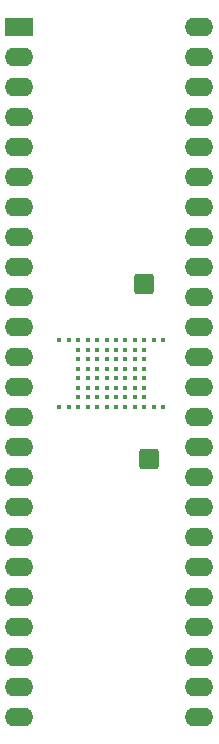
<source format=gbr>
%TF.GenerationSoftware,KiCad,Pcbnew,8.0.3*%
%TF.CreationDate,2024-11-10T13:10:44-08:00*%
%TF.ProjectId,LCSP072rev2,4c435350-3037-4327-9265-76322e6b6963,rev?*%
%TF.SameCoordinates,Original*%
%TF.FileFunction,Soldermask,Top*%
%TF.FilePolarity,Negative*%
%FSLAX46Y46*%
G04 Gerber Fmt 4.6, Leading zero omitted, Abs format (unit mm)*
G04 Created by KiCad (PCBNEW 8.0.3) date 2024-11-10 13:10:44*
%MOMM*%
%LPD*%
G01*
G04 APERTURE LIST*
G04 Aperture macros list*
%AMRoundRect*
0 Rectangle with rounded corners*
0 $1 Rounding radius*
0 $2 $3 $4 $5 $6 $7 $8 $9 X,Y pos of 4 corners*
0 Add a 4 corners polygon primitive as box body*
4,1,4,$2,$3,$4,$5,$6,$7,$8,$9,$2,$3,0*
0 Add four circle primitives for the rounded corners*
1,1,$1+$1,$2,$3*
1,1,$1+$1,$4,$5*
1,1,$1+$1,$6,$7*
1,1,$1+$1,$8,$9*
0 Add four rect primitives between the rounded corners*
20,1,$1+$1,$2,$3,$4,$5,0*
20,1,$1+$1,$4,$5,$6,$7,0*
20,1,$1+$1,$6,$7,$8,$9,0*
20,1,$1+$1,$8,$9,$2,$3,0*%
G04 Aperture macros list end*
%ADD10RoundRect,0.250000X-0.600000X-0.600000X0.600000X-0.600000X0.600000X0.600000X-0.600000X0.600000X0*%
%ADD11R,2.400000X1.600000*%
%ADD12O,2.400000X1.600000*%
%ADD13C,0.450000*%
G04 APERTURE END LIST*
D10*
%TO.C,J3*%
X132175000Y-104200000D03*
%TD*%
D11*
%TO.C,J1*%
X121208800Y-67589400D03*
D12*
X121208800Y-70129400D03*
X121208800Y-72669400D03*
X121208800Y-75209400D03*
X121208800Y-77749400D03*
X121208800Y-80289400D03*
X121208800Y-82829400D03*
X121208800Y-85369400D03*
X121208800Y-87909400D03*
X121208800Y-90449400D03*
X121208800Y-92989400D03*
X121208800Y-95529400D03*
X121208800Y-98069400D03*
X121208800Y-100609400D03*
X121208800Y-103149400D03*
X121208800Y-105689400D03*
X121208800Y-108229400D03*
X121208800Y-110769400D03*
X121208800Y-113309400D03*
X121208800Y-115849400D03*
X121208800Y-118389400D03*
X121208800Y-120929400D03*
X121208800Y-123469400D03*
X121208800Y-126009400D03*
X136448800Y-126009400D03*
X136448800Y-123469400D03*
X136448800Y-120929400D03*
X136448800Y-118389400D03*
X136448800Y-115849400D03*
X136448800Y-113309400D03*
X136448800Y-110769400D03*
X136448800Y-108229400D03*
X136448800Y-105689400D03*
X136448800Y-103149400D03*
X136448800Y-100609400D03*
X136448800Y-98069400D03*
X136448800Y-95529400D03*
X136448800Y-92989400D03*
X136448800Y-90449400D03*
X136448800Y-87909400D03*
X136448800Y-85369400D03*
X136448800Y-82829400D03*
X136448800Y-80289400D03*
X136448800Y-77749400D03*
X136448800Y-75209400D03*
X136448800Y-72669400D03*
X136448800Y-70129400D03*
X136448800Y-67589400D03*
%TD*%
D10*
%TO.C,J2*%
X131800000Y-89400000D03*
%TD*%
D13*
%TO.C,U1*%
X124587000Y-94145800D03*
X125387000Y-94145800D03*
X126187000Y-94145800D03*
X126987000Y-94145800D03*
X127787000Y-94145800D03*
X128587000Y-94145800D03*
X129387000Y-94145800D03*
X130187000Y-94145800D03*
X130987000Y-94145800D03*
X131787000Y-94145800D03*
X132587000Y-94145800D03*
X133387000Y-94145800D03*
X126187000Y-94945800D03*
X126987000Y-94945800D03*
X127787000Y-94945800D03*
X128587000Y-94945800D03*
X129387000Y-94945800D03*
X130187000Y-94945800D03*
X130987000Y-94945800D03*
X131787000Y-94945800D03*
X126187000Y-95745800D03*
X126987000Y-95745800D03*
X127787000Y-95745800D03*
X128587000Y-95745800D03*
X129387000Y-95745800D03*
X130187000Y-95745800D03*
X130987000Y-95745800D03*
X131787000Y-95745800D03*
X126187000Y-96545800D03*
X126987000Y-96545800D03*
X127787000Y-96545800D03*
X128587000Y-96545800D03*
X129387000Y-96545800D03*
X130187000Y-96545800D03*
X130987000Y-96545800D03*
X131787000Y-96545800D03*
X126187000Y-97345800D03*
X126987000Y-97345800D03*
X127787000Y-97345800D03*
X128587000Y-97345800D03*
X129387000Y-97345800D03*
X130187000Y-97345800D03*
X130987000Y-97345800D03*
X131787000Y-97345800D03*
X126187000Y-98145800D03*
X126987000Y-98145800D03*
X127787000Y-98145800D03*
X128587000Y-98145800D03*
X129387000Y-98145800D03*
X130187000Y-98145800D03*
X130987000Y-98145800D03*
X131787000Y-98145800D03*
X126187000Y-98945800D03*
X126987000Y-98945800D03*
X127787000Y-98945800D03*
X128587000Y-98945800D03*
X129387000Y-98945800D03*
X130187000Y-98945800D03*
X130987000Y-98945800D03*
X131787000Y-98945800D03*
X124587000Y-99745800D03*
X125387000Y-99745800D03*
X126187000Y-99745800D03*
X126987000Y-99745800D03*
X127787000Y-99745800D03*
X128587000Y-99745800D03*
X129387000Y-99745800D03*
X130187000Y-99745800D03*
X130987000Y-99745800D03*
X131787000Y-99745800D03*
X132587000Y-99745800D03*
X133387000Y-99745800D03*
%TD*%
M02*

</source>
